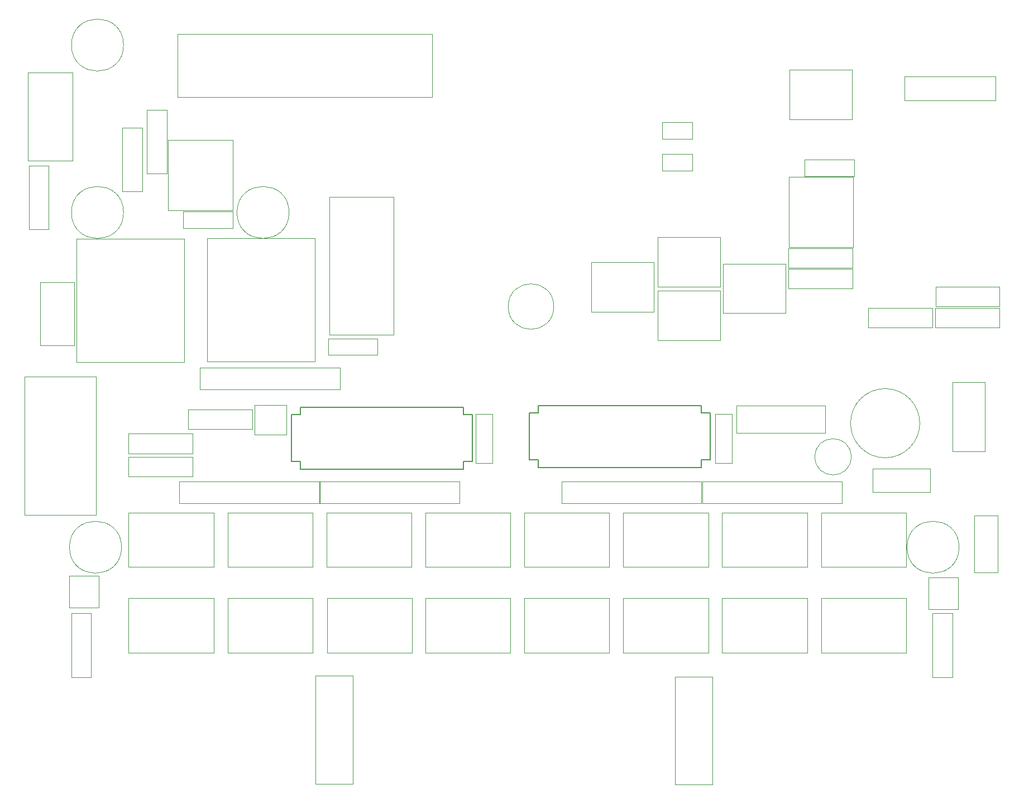
<source format=gbr>
G04 #@! TF.GenerationSoftware,KiCad,Pcbnew,(6.0.5)*
G04 #@! TF.CreationDate,2022-06-02T00:44:05-04:00*
G04 #@! TF.ProjectId,BBB_16,4242425f-3136-42e6-9b69-6361645f7063,v2.1*
G04 #@! TF.SameCoordinates,Original*
G04 #@! TF.FileFunction,Other,User*
%FSLAX46Y46*%
G04 Gerber Fmt 4.6, Leading zero omitted, Abs format (unit mm)*
G04 Created by KiCad (PCBNEW (6.0.5)) date 2022-06-02 00:44:05*
%MOMM*%
%LPD*%
G01*
G04 APERTURE LIST*
%ADD10C,0.050000*%
%ADD11C,0.152400*%
G04 APERTURE END LIST*
D10*
X141291000Y-96873800D02*
X138791000Y-96873800D01*
X138791000Y-96873800D02*
X138791000Y-104373800D01*
X141291000Y-104373800D02*
X141291000Y-96873800D01*
X138791000Y-104373800D02*
X141291000Y-104373800D01*
X99050000Y-124850000D02*
X86150000Y-124850000D01*
X99050000Y-133100000D02*
X99050000Y-124850000D01*
X86150000Y-133100000D02*
X99050000Y-133100000D01*
X86150000Y-124850000D02*
X86150000Y-133100000D01*
X116150000Y-111850000D02*
X116150000Y-120100000D01*
X129050000Y-111850000D02*
X116150000Y-111850000D01*
X129050000Y-120100000D02*
X129050000Y-111850000D01*
X116150000Y-120100000D02*
X129050000Y-120100000D01*
X116264342Y-124850000D02*
X116264342Y-133100000D01*
X116264342Y-133100000D02*
X129164342Y-133100000D01*
X129164342Y-124850000D02*
X116264342Y-124850000D01*
X129164342Y-133100000D02*
X129164342Y-124850000D01*
X144050000Y-120100000D02*
X144050000Y-111850000D01*
X144050000Y-111850000D02*
X131150000Y-111850000D01*
X131150000Y-120100000D02*
X144050000Y-120100000D01*
X131150000Y-111850000D02*
X131150000Y-120100000D01*
X144050000Y-133100000D02*
X144050000Y-124850000D01*
X131150000Y-133100000D02*
X144050000Y-133100000D01*
X144050000Y-124850000D02*
X131150000Y-124850000D01*
X131150000Y-124850000D02*
X131150000Y-133100000D01*
X146150000Y-120100000D02*
X159050000Y-120100000D01*
X159050000Y-111850000D02*
X146150000Y-111850000D01*
X159050000Y-120100000D02*
X159050000Y-111850000D01*
X146150000Y-111850000D02*
X146150000Y-120100000D01*
X146150000Y-124850000D02*
X146150000Y-133100000D01*
X159050000Y-133100000D02*
X159050000Y-124850000D01*
X159050000Y-124850000D02*
X146150000Y-124850000D01*
X146150000Y-133100000D02*
X159050000Y-133100000D01*
X161150000Y-111850000D02*
X161150000Y-120100000D01*
X174050000Y-111850000D02*
X161150000Y-111850000D01*
X174050000Y-120100000D02*
X174050000Y-111850000D01*
X161150000Y-120100000D02*
X174050000Y-120100000D01*
X161150000Y-133100000D02*
X174050000Y-133100000D01*
X174050000Y-133100000D02*
X174050000Y-124850000D01*
X161150000Y-124850000D02*
X161150000Y-133100000D01*
X174050000Y-124850000D02*
X161150000Y-124850000D01*
X176150000Y-111850000D02*
X176150000Y-120100000D01*
X189050000Y-120100000D02*
X189050000Y-111850000D01*
X189050000Y-111850000D02*
X176150000Y-111850000D01*
X176150000Y-120100000D02*
X189050000Y-120100000D01*
X176150000Y-124850000D02*
X176150000Y-133100000D01*
X176150000Y-133100000D02*
X189050000Y-133100000D01*
X189050000Y-124850000D02*
X176150000Y-124850000D01*
X189050000Y-133100000D02*
X189050000Y-124850000D01*
X204050000Y-120100000D02*
X204050000Y-111850000D01*
X191150000Y-111850000D02*
X191150000Y-120100000D01*
X204050000Y-111850000D02*
X191150000Y-111850000D01*
X191150000Y-120100000D02*
X204050000Y-120100000D01*
X204050000Y-124850000D02*
X191150000Y-124850000D01*
X191150000Y-133100000D02*
X204050000Y-133100000D01*
X204050000Y-133100000D02*
X204050000Y-124850000D01*
X191150000Y-124850000D02*
X191150000Y-133100000D01*
X168997600Y-153155000D02*
X174697600Y-153155000D01*
X174697600Y-153155000D02*
X174697600Y-136755000D01*
X174697600Y-136755000D02*
X168997600Y-136755000D01*
X168997600Y-136755000D02*
X168997600Y-153155000D01*
X177613000Y-96873800D02*
X175113000Y-96873800D01*
X175113000Y-96873800D02*
X175113000Y-104373800D01*
X175113000Y-104373800D02*
X177613000Y-104373800D01*
X177613000Y-104373800D02*
X177613000Y-96873800D01*
X115061500Y-107163600D02*
X93861500Y-107163600D01*
X93861500Y-107163600D02*
X93861500Y-110463600D01*
X93861500Y-110463600D02*
X115061500Y-110463600D01*
X115061500Y-110463600D02*
X115061500Y-107163600D01*
X151786200Y-110463600D02*
X172986200Y-110463600D01*
X172986200Y-110463600D02*
X172986200Y-107163600D01*
X172986200Y-107163600D02*
X151786200Y-107163600D01*
X151786200Y-107163600D02*
X151786200Y-110463600D01*
X173112600Y-107163600D02*
X173112600Y-110463600D01*
X173112600Y-110463600D02*
X194312600Y-110463600D01*
X194312600Y-110463600D02*
X194312600Y-107163600D01*
X194312600Y-107163600D02*
X173112600Y-107163600D01*
X136352700Y-110463600D02*
X136352700Y-107163600D01*
X115152700Y-107163600D02*
X115152700Y-110463600D01*
X136352700Y-107163600D02*
X115152700Y-107163600D01*
X115152700Y-110463600D02*
X136352700Y-110463600D01*
X86150000Y-111850000D02*
X86150000Y-120100000D01*
X99050000Y-111850000D02*
X86150000Y-111850000D01*
X86150000Y-120100000D02*
X99050000Y-120100000D01*
X99050000Y-120100000D02*
X99050000Y-111850000D01*
X101150000Y-120100000D02*
X114050000Y-120100000D01*
X101150000Y-111850000D02*
X101150000Y-120100000D01*
X114050000Y-120100000D02*
X114050000Y-111850000D01*
X114050000Y-111850000D02*
X101150000Y-111850000D01*
X114050000Y-133100000D02*
X114050000Y-124850000D01*
X101150000Y-124850000D02*
X101150000Y-133100000D01*
X114050000Y-124850000D02*
X101150000Y-124850000D01*
X101150000Y-133100000D02*
X114050000Y-133100000D01*
X120182600Y-136618600D02*
X114482600Y-136618600D01*
X114482600Y-136618600D02*
X114482600Y-153018600D01*
X114482600Y-153018600D02*
X120182600Y-153018600D01*
X120182600Y-153018600D02*
X120182600Y-136618600D01*
X88217000Y-63149800D02*
X88217000Y-53429800D01*
X85217000Y-63149800D02*
X88217000Y-63149800D01*
X85217000Y-53429800D02*
X85217000Y-63149800D01*
X88217000Y-53429800D02*
X85217000Y-53429800D01*
X88917000Y-50729800D02*
X88917000Y-60449800D01*
X91917000Y-50729800D02*
X88917000Y-50729800D01*
X91917000Y-60449800D02*
X91917000Y-50729800D01*
X88917000Y-60449800D02*
X91917000Y-60449800D01*
X203817000Y-49299800D02*
X217567000Y-49299800D01*
X203817000Y-45699800D02*
X203817000Y-49299800D01*
X217567000Y-49299800D02*
X217567000Y-45699800D01*
X217567000Y-45699800D02*
X203817000Y-45699800D01*
X85377600Y-66318600D02*
G75*
G03*
X85377600Y-66318600I-3950000J0D01*
G01*
X110477600Y-66318600D02*
G75*
G03*
X110477600Y-66318600I-3950000J0D01*
G01*
X77120200Y-121454000D02*
X77120200Y-126304000D01*
X81620200Y-126304000D02*
X81620200Y-121454000D01*
X77120200Y-126304000D02*
X81620200Y-126304000D01*
X81620200Y-121454000D02*
X77120200Y-121454000D01*
X211972200Y-121681000D02*
X207472200Y-121681000D01*
X207472200Y-121681000D02*
X207472200Y-126531000D01*
X211972200Y-126531000D02*
X211972200Y-121681000D01*
X207472200Y-126531000D02*
X211972200Y-126531000D01*
X85077600Y-117118600D02*
G75*
G03*
X85077600Y-117118600I-3950000J0D01*
G01*
X80438400Y-127142000D02*
X77438400Y-127142000D01*
X80438400Y-136862000D02*
X80438400Y-127142000D01*
X77438400Y-136862000D02*
X80438400Y-136862000D01*
X77438400Y-127142000D02*
X77438400Y-136862000D01*
X208044400Y-127165800D02*
X208044400Y-136885800D01*
X208044400Y-136885800D02*
X211044400Y-136885800D01*
X211044400Y-136885800D02*
X211044400Y-127165800D01*
X211044400Y-127165800D02*
X208044400Y-127165800D01*
X110116900Y-95545900D02*
X105266900Y-95545900D01*
X105266900Y-100045900D02*
X110116900Y-100045900D01*
X110116900Y-100045900D02*
X110116900Y-95545900D01*
X105266900Y-95545900D02*
X105266900Y-100045900D01*
X195893740Y-74860500D02*
X186173740Y-74860500D01*
X195893740Y-77860500D02*
X195893740Y-74860500D01*
X186173740Y-77860500D02*
X195893740Y-77860500D01*
X186173740Y-74860500D02*
X186173740Y-77860500D01*
X101917000Y-66199800D02*
X94417000Y-66199800D01*
X94417000Y-66199800D02*
X94417000Y-68699800D01*
X101917000Y-68699800D02*
X101917000Y-66199800D01*
X94417000Y-68699800D02*
X101917000Y-68699800D01*
X178357000Y-95599800D02*
X178357000Y-99799800D01*
X178357000Y-99799800D02*
X191817000Y-99799800D01*
X191817000Y-99799800D02*
X191817000Y-95599800D01*
X191817000Y-95599800D02*
X178357000Y-95599800D01*
X195617000Y-52199800D02*
X186617000Y-52199800D01*
X186367000Y-52199800D02*
X186617000Y-52199800D01*
X186367000Y-44699800D02*
X186617000Y-44699800D01*
X186367000Y-51949800D02*
X186367000Y-52199800D01*
X195867000Y-52199800D02*
X195867000Y-51949800D01*
X195867000Y-44949800D02*
X195867000Y-51949800D01*
X186367000Y-51949800D02*
X186367000Y-44949800D01*
X195617000Y-52199800D02*
X195867000Y-52199800D01*
X195867000Y-44699800D02*
X195867000Y-44949800D01*
X186367000Y-44949800D02*
X186367000Y-44699800D01*
X186617000Y-44699800D02*
X195617000Y-44699800D01*
X195617000Y-44699800D02*
X195867000Y-44699800D01*
D11*
X148283300Y-105041500D02*
X172946700Y-105041500D01*
X146899000Y-96773800D02*
X146899000Y-103885800D01*
X172946700Y-105041500D02*
X172946700Y-103885800D01*
X148283300Y-96773800D02*
X146899000Y-96773800D01*
X148283300Y-95618100D02*
X148283300Y-96773800D01*
X172946700Y-96773800D02*
X172946700Y-95618100D01*
X174331000Y-96773800D02*
X172946700Y-96773800D01*
X174331000Y-103885800D02*
X174331000Y-96773800D01*
X172946700Y-103885800D02*
X174331000Y-103885800D01*
X172946700Y-95618100D02*
X148283300Y-95618100D01*
X148283300Y-103885800D02*
X148283300Y-105041500D01*
X146899000Y-103885800D02*
X148283300Y-103885800D01*
D10*
X188675280Y-58319000D02*
X188675280Y-60819000D01*
X196175280Y-58319000D02*
X188675280Y-58319000D01*
X196175280Y-60819000D02*
X196175280Y-58319000D01*
X188675280Y-60819000D02*
X196175280Y-60819000D01*
X186173740Y-74760500D02*
X195893740Y-74760500D01*
X195893740Y-71760500D02*
X186173740Y-71760500D01*
X186173740Y-71760500D02*
X186173740Y-74760500D01*
X195893740Y-74760500D02*
X195893740Y-71760500D01*
X196043740Y-60910500D02*
X186243740Y-60910500D01*
X196043740Y-71610500D02*
X196043740Y-60910500D01*
X186243740Y-60910500D02*
X186243740Y-71610500D01*
X186243740Y-71610500D02*
X196043740Y-71610500D01*
D11*
X136878700Y-104139800D02*
X138263000Y-104139800D01*
X138263000Y-97027800D02*
X136878700Y-97027800D01*
X136878700Y-97027800D02*
X136878700Y-95872100D01*
X110831000Y-97027800D02*
X110831000Y-104139800D01*
X112215300Y-104139800D02*
X112215300Y-105295500D01*
X136878700Y-105295500D02*
X136878700Y-104139800D01*
X110831000Y-104139800D02*
X112215300Y-104139800D01*
X112215300Y-95872100D02*
X112215300Y-97027800D01*
X112215300Y-105295500D02*
X136878700Y-105295500D01*
X112215300Y-97027800D02*
X110831000Y-97027800D01*
X138263000Y-104139800D02*
X138263000Y-97027800D01*
X136878700Y-95872100D02*
X112215300Y-95872100D01*
D10*
X92117000Y-55299800D02*
X92117000Y-65999800D01*
X101917000Y-65999800D02*
X101917000Y-55299800D01*
X92117000Y-65999800D02*
X101917000Y-65999800D01*
X101917000Y-55299800D02*
X92117000Y-55299800D01*
X175617000Y-78199800D02*
X175867000Y-78199800D01*
X166367000Y-78449800D02*
X166367000Y-78199800D01*
X166367000Y-85449800D02*
X166367000Y-85699800D01*
X175617000Y-85699800D02*
X175867000Y-85699800D01*
X175617000Y-85699800D02*
X166617000Y-85699800D01*
X166617000Y-78199800D02*
X175617000Y-78199800D01*
X175867000Y-78449800D02*
X175867000Y-85449800D01*
X166367000Y-78199800D02*
X166617000Y-78199800D01*
X175867000Y-85699800D02*
X175867000Y-85449800D01*
X166367000Y-85699800D02*
X166617000Y-85699800D01*
X166367000Y-85449800D02*
X166367000Y-78449800D01*
X175867000Y-78199800D02*
X175867000Y-78449800D01*
X94577000Y-89069800D02*
X94577000Y-70329800D01*
X78267000Y-70329800D02*
X94577000Y-70329800D01*
X94577000Y-89069800D02*
X78267000Y-89069800D01*
X78267000Y-70329800D02*
X78267000Y-89069800D01*
X167067000Y-52649800D02*
X171667000Y-52649800D01*
X167067000Y-52649800D02*
X167067000Y-55149800D01*
X171667000Y-55149800D02*
X167067000Y-55149800D01*
X171667000Y-55149800D02*
X171667000Y-52649800D01*
X171667000Y-59949800D02*
X171667000Y-57449800D01*
X171667000Y-59949800D02*
X167067000Y-59949800D01*
X167067000Y-57449800D02*
X167067000Y-59949800D01*
X167067000Y-57449800D02*
X171667000Y-57449800D01*
X123917000Y-87949800D02*
X123917000Y-85449800D01*
X123917000Y-85449800D02*
X116417000Y-85449800D01*
X116417000Y-87949800D02*
X123917000Y-87949800D01*
X116417000Y-85449800D02*
X116417000Y-87949800D01*
X114377000Y-88969800D02*
X114377000Y-70229800D01*
X98067000Y-70229800D02*
X98067000Y-88969800D01*
X114377000Y-88969800D02*
X98067000Y-88969800D01*
X98067000Y-70229800D02*
X114377000Y-70229800D01*
X118167000Y-89849800D02*
X96967000Y-89849800D01*
X96967000Y-89849800D02*
X96967000Y-93149800D01*
X96967000Y-93149800D02*
X118167000Y-93149800D01*
X118167000Y-93149800D02*
X118167000Y-89849800D01*
X126367000Y-84849800D02*
X126367000Y-63999800D01*
X126367000Y-63999800D02*
X116567000Y-63999800D01*
X116567000Y-84849800D02*
X126367000Y-84849800D01*
X116567000Y-63999800D02*
X116567000Y-84849800D01*
X132157000Y-39249800D02*
X93577000Y-39249800D01*
X132157000Y-48799800D02*
X132157000Y-39249800D01*
X93577000Y-39249800D02*
X93577000Y-48799800D01*
X93577000Y-48799800D02*
X132157000Y-48799800D01*
X175867000Y-77599800D02*
X175867000Y-77349800D01*
X166367000Y-70099800D02*
X166617000Y-70099800D01*
X166617000Y-70099800D02*
X175617000Y-70099800D01*
X175617000Y-70099800D02*
X175867000Y-70099800D01*
X175617000Y-77599800D02*
X166617000Y-77599800D01*
X166367000Y-77349800D02*
X166367000Y-70349800D01*
X166367000Y-77599800D02*
X166617000Y-77599800D01*
X166367000Y-77349800D02*
X166367000Y-77599800D01*
X166367000Y-70349800D02*
X166367000Y-70099800D01*
X175867000Y-70099800D02*
X175867000Y-70349800D01*
X175617000Y-77599800D02*
X175867000Y-77599800D01*
X175867000Y-70349800D02*
X175867000Y-77349800D01*
X165767000Y-73899800D02*
X165767000Y-74149800D01*
X156267000Y-81399800D02*
X156517000Y-81399800D01*
X156517000Y-73899800D02*
X165517000Y-73899800D01*
X165517000Y-81399800D02*
X156517000Y-81399800D01*
X156267000Y-81149800D02*
X156267000Y-81399800D01*
X165517000Y-73899800D02*
X165767000Y-73899800D01*
X156267000Y-73899800D02*
X156517000Y-73899800D01*
X165767000Y-74149800D02*
X165767000Y-81149800D01*
X165767000Y-81399800D02*
X165767000Y-81149800D01*
X156267000Y-81149800D02*
X156267000Y-74149800D01*
X156267000Y-74149800D02*
X156267000Y-73899800D01*
X165517000Y-81399800D02*
X165767000Y-81399800D01*
X176517000Y-74099800D02*
X185517000Y-74099800D01*
X185517000Y-81599800D02*
X176517000Y-81599800D01*
X176267000Y-81599800D02*
X176517000Y-81599800D01*
X185767000Y-74349800D02*
X185767000Y-81349800D01*
X176267000Y-81349800D02*
X176267000Y-74349800D01*
X185517000Y-81599800D02*
X185767000Y-81599800D01*
X185767000Y-81599800D02*
X185767000Y-81349800D01*
X185767000Y-74099800D02*
X185767000Y-74349800D01*
X176267000Y-74099800D02*
X176517000Y-74099800D01*
X176267000Y-81349800D02*
X176267000Y-81599800D01*
X176267000Y-74349800D02*
X176267000Y-74099800D01*
X185517000Y-74099800D02*
X185767000Y-74099800D01*
X212077600Y-117118600D02*
G75*
G03*
X212077600Y-117118600I-3950000J0D01*
G01*
X207667000Y-108799800D02*
X207667000Y-105199800D01*
X207667000Y-105199800D02*
X199017000Y-105199800D01*
X199017000Y-105199800D02*
X199017000Y-108799800D01*
X199017000Y-108799800D02*
X207667000Y-108799800D01*
X215977000Y-92109800D02*
X211067000Y-92109800D01*
X211067000Y-102609800D02*
X215977000Y-102609800D01*
X215977000Y-102609800D02*
X215977000Y-92109800D01*
X211067000Y-92109800D02*
X211067000Y-102609800D01*
X77617000Y-58449800D02*
X77617000Y-45049800D01*
X70867000Y-45049800D02*
X70867000Y-58449800D01*
X77617000Y-45049800D02*
X70867000Y-45049800D01*
X70867000Y-58449800D02*
X77617000Y-58449800D01*
X214367000Y-120949800D02*
X217967000Y-120949800D01*
X217967000Y-120949800D02*
X217967000Y-112299800D01*
X217967000Y-112299800D02*
X214367000Y-112299800D01*
X214367000Y-112299800D02*
X214367000Y-120949800D01*
X150617000Y-80599800D02*
G75*
G03*
X150617000Y-80599800I-3450000J0D01*
G01*
X81177000Y-112199800D02*
X81177000Y-91199800D01*
X70367000Y-91199800D02*
X70367000Y-112199800D01*
X70367000Y-112199800D02*
X81177000Y-112199800D01*
X81177000Y-91199800D02*
X70367000Y-91199800D01*
X95817000Y-103399800D02*
X86097000Y-103399800D01*
X95817000Y-106399800D02*
X95817000Y-103399800D01*
X86097000Y-106399800D02*
X95817000Y-106399800D01*
X86097000Y-103399800D02*
X86097000Y-106399800D01*
X86117000Y-102899800D02*
X95837000Y-102899800D01*
X95837000Y-99899800D02*
X86117000Y-99899800D01*
X86117000Y-99899800D02*
X86117000Y-102899800D01*
X95837000Y-102899800D02*
X95837000Y-99899800D01*
X72717000Y-76949800D02*
X77917000Y-76949800D01*
X77917000Y-76949800D02*
X77917000Y-86449800D01*
X77917000Y-86449800D02*
X72717000Y-86449800D01*
X72717000Y-86449800D02*
X72717000Y-76949800D01*
X95217000Y-96199800D02*
X95217000Y-99199800D01*
X95217000Y-99199800D02*
X104937000Y-99199800D01*
X104937000Y-96199800D02*
X95217000Y-96199800D01*
X104937000Y-99199800D02*
X104937000Y-96199800D01*
X195717000Y-103399800D02*
G75*
G03*
X195717000Y-103399800I-2750000J0D01*
G01*
X206117000Y-98299800D02*
G75*
G03*
X206117000Y-98299800I-5250000J0D01*
G01*
X71017000Y-59199800D02*
X71017000Y-68919800D01*
X74017000Y-59199800D02*
X71017000Y-59199800D01*
X71017000Y-68919800D02*
X74017000Y-68919800D01*
X74017000Y-68919800D02*
X74017000Y-59199800D01*
X198317000Y-83799800D02*
X208037000Y-83799800D01*
X208037000Y-83799800D02*
X208037000Y-80799800D01*
X198317000Y-80799800D02*
X198317000Y-83799800D01*
X208037000Y-80799800D02*
X198317000Y-80799800D01*
X208497000Y-80799800D02*
X208497000Y-83799800D01*
X218217000Y-83799800D02*
X218217000Y-80799800D01*
X208497000Y-83799800D02*
X218217000Y-83799800D01*
X218217000Y-80799800D02*
X208497000Y-80799800D01*
X208517000Y-80599800D02*
X218237000Y-80599800D01*
X218237000Y-80599800D02*
X218237000Y-77599800D01*
X208517000Y-77599800D02*
X208517000Y-80599800D01*
X218237000Y-77599800D02*
X208517000Y-77599800D01*
X85377600Y-40918600D02*
G75*
G03*
X85377600Y-40918600I-3950000J0D01*
G01*
M02*

</source>
